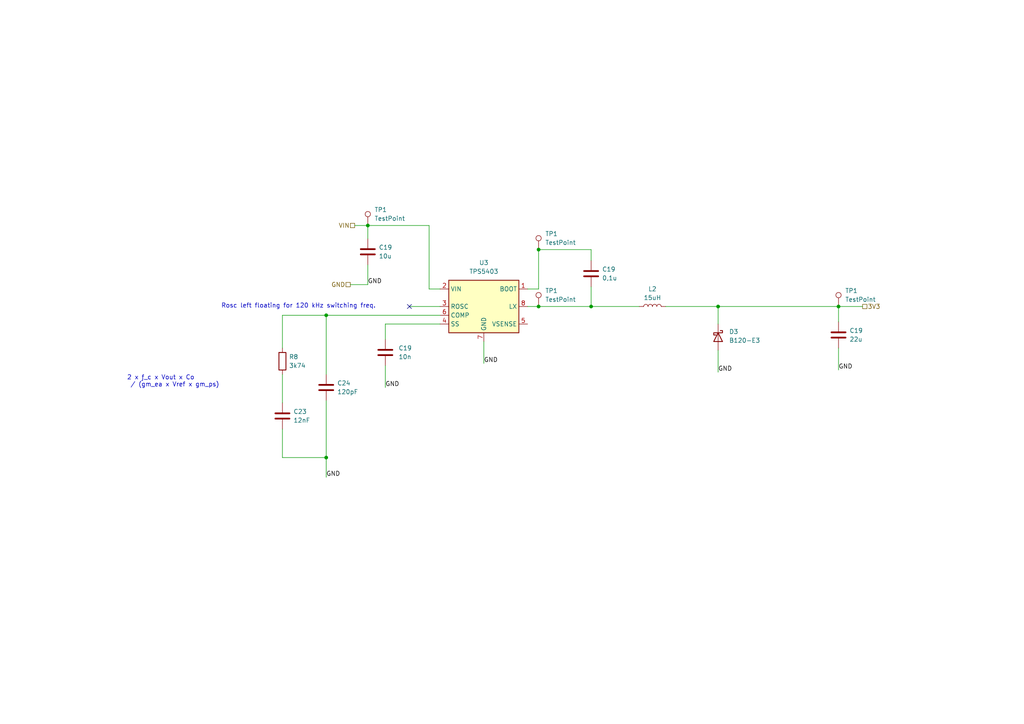
<source format=kicad_sch>
(kicad_sch (version 20230121) (generator eeschema)

  (uuid 276e9270-1ac9-4e3f-b1d9-0cbd51ddd27f)

  (paper "A4")

  (title_block
    (rev "0.1")
    (company "Németh Péter Bence")
    (comment 1 "Kandó Kálmán Villamosmérnöki Kar")
    (comment 2 "Óbudai Egyetem")
  )

  (lib_symbols
    (symbol "Connector:TestPoint" (pin_numbers hide) (pin_names (offset 0.762) hide) (in_bom yes) (on_board yes)
      (property "Reference" "TP" (at 0 6.858 0)
        (effects (font (size 1.27 1.27)))
      )
      (property "Value" "TestPoint" (at 0 5.08 0)
        (effects (font (size 1.27 1.27)))
      )
      (property "Footprint" "" (at 5.08 0 0)
        (effects (font (size 1.27 1.27)) hide)
      )
      (property "Datasheet" "~" (at 5.08 0 0)
        (effects (font (size 1.27 1.27)) hide)
      )
      (property "ki_keywords" "test point tp" (at 0 0 0)
        (effects (font (size 1.27 1.27)) hide)
      )
      (property "ki_description" "test point" (at 0 0 0)
        (effects (font (size 1.27 1.27)) hide)
      )
      (property "ki_fp_filters" "Pin* Test*" (at 0 0 0)
        (effects (font (size 1.27 1.27)) hide)
      )
      (symbol "TestPoint_0_1"
        (circle (center 0 3.302) (radius 0.762)
          (stroke (width 0) (type default))
          (fill (type none))
        )
      )
      (symbol "TestPoint_1_1"
        (pin passive line (at 0 0 90) (length 2.54)
          (name "1" (effects (font (size 1.27 1.27))))
          (number "1" (effects (font (size 1.27 1.27))))
        )
      )
    )
    (symbol "Device:C" (pin_numbers hide) (pin_names (offset 0.254)) (in_bom yes) (on_board yes)
      (property "Reference" "C" (at 0.635 2.54 0)
        (effects (font (size 1.27 1.27)) (justify left))
      )
      (property "Value" "C" (at 0.635 -2.54 0)
        (effects (font (size 1.27 1.27)) (justify left))
      )
      (property "Footprint" "" (at 0.9652 -3.81 0)
        (effects (font (size 1.27 1.27)) hide)
      )
      (property "Datasheet" "~" (at 0 0 0)
        (effects (font (size 1.27 1.27)) hide)
      )
      (property "ki_keywords" "cap capacitor" (at 0 0 0)
        (effects (font (size 1.27 1.27)) hide)
      )
      (property "ki_description" "Unpolarized capacitor" (at 0 0 0)
        (effects (font (size 1.27 1.27)) hide)
      )
      (property "ki_fp_filters" "C_*" (at 0 0 0)
        (effects (font (size 1.27 1.27)) hide)
      )
      (symbol "C_0_1"
        (polyline
          (pts
            (xy -2.032 -0.762)
            (xy 2.032 -0.762)
          )
          (stroke (width 0.508) (type default))
          (fill (type none))
        )
        (polyline
          (pts
            (xy -2.032 0.762)
            (xy 2.032 0.762)
          )
          (stroke (width 0.508) (type default))
          (fill (type none))
        )
      )
      (symbol "C_1_1"
        (pin passive line (at 0 3.81 270) (length 2.794)
          (name "~" (effects (font (size 1.27 1.27))))
          (number "1" (effects (font (size 1.27 1.27))))
        )
        (pin passive line (at 0 -3.81 90) (length 2.794)
          (name "~" (effects (font (size 1.27 1.27))))
          (number "2" (effects (font (size 1.27 1.27))))
        )
      )
    )
    (symbol "Device:L" (pin_numbers hide) (pin_names (offset 1.016) hide) (in_bom yes) (on_board yes)
      (property "Reference" "L" (at -1.27 0 90)
        (effects (font (size 1.27 1.27)))
      )
      (property "Value" "L" (at 1.905 0 90)
        (effects (font (size 1.27 1.27)))
      )
      (property "Footprint" "" (at 0 0 0)
        (effects (font (size 1.27 1.27)) hide)
      )
      (property "Datasheet" "~" (at 0 0 0)
        (effects (font (size 1.27 1.27)) hide)
      )
      (property "ki_keywords" "inductor choke coil reactor magnetic" (at 0 0 0)
        (effects (font (size 1.27 1.27)) hide)
      )
      (property "ki_description" "Inductor" (at 0 0 0)
        (effects (font (size 1.27 1.27)) hide)
      )
      (property "ki_fp_filters" "Choke_* *Coil* Inductor_* L_*" (at 0 0 0)
        (effects (font (size 1.27 1.27)) hide)
      )
      (symbol "L_0_1"
        (arc (start 0 -2.54) (mid 0.6323 -1.905) (end 0 -1.27)
          (stroke (width 0) (type default))
          (fill (type none))
        )
        (arc (start 0 -1.27) (mid 0.6323 -0.635) (end 0 0)
          (stroke (width 0) (type default))
          (fill (type none))
        )
        (arc (start 0 0) (mid 0.6323 0.635) (end 0 1.27)
          (stroke (width 0) (type default))
          (fill (type none))
        )
        (arc (start 0 1.27) (mid 0.6323 1.905) (end 0 2.54)
          (stroke (width 0) (type default))
          (fill (type none))
        )
      )
      (symbol "L_1_1"
        (pin passive line (at 0 3.81 270) (length 1.27)
          (name "1" (effects (font (size 1.27 1.27))))
          (number "1" (effects (font (size 1.27 1.27))))
        )
        (pin passive line (at 0 -3.81 90) (length 1.27)
          (name "2" (effects (font (size 1.27 1.27))))
          (number "2" (effects (font (size 1.27 1.27))))
        )
      )
    )
    (symbol "Device:R" (pin_numbers hide) (pin_names (offset 0)) (in_bom yes) (on_board yes)
      (property "Reference" "R" (at 2.032 0 90)
        (effects (font (size 1.27 1.27)))
      )
      (property "Value" "R" (at 0 0 90)
        (effects (font (size 1.27 1.27)))
      )
      (property "Footprint" "" (at -1.778 0 90)
        (effects (font (size 1.27 1.27)) hide)
      )
      (property "Datasheet" "~" (at 0 0 0)
        (effects (font (size 1.27 1.27)) hide)
      )
      (property "ki_keywords" "R res resistor" (at 0 0 0)
        (effects (font (size 1.27 1.27)) hide)
      )
      (property "ki_description" "Resistor" (at 0 0 0)
        (effects (font (size 1.27 1.27)) hide)
      )
      (property "ki_fp_filters" "R_*" (at 0 0 0)
        (effects (font (size 1.27 1.27)) hide)
      )
      (symbol "R_0_1"
        (rectangle (start -1.016 -2.54) (end 1.016 2.54)
          (stroke (width 0.254) (type default))
          (fill (type none))
        )
      )
      (symbol "R_1_1"
        (pin passive line (at 0 3.81 270) (length 1.27)
          (name "~" (effects (font (size 1.27 1.27))))
          (number "1" (effects (font (size 1.27 1.27))))
        )
        (pin passive line (at 0 -3.81 90) (length 1.27)
          (name "~" (effects (font (size 1.27 1.27))))
          (number "2" (effects (font (size 1.27 1.27))))
        )
      )
    )
    (symbol "Diode:B120-E3" (pin_numbers hide) (pin_names hide) (in_bom yes) (on_board yes)
      (property "Reference" "D" (at 0 2.54 0)
        (effects (font (size 1.27 1.27)))
      )
      (property "Value" "B120-E3" (at 0 -2.54 0)
        (effects (font (size 1.27 1.27)))
      )
      (property "Footprint" "Diode_SMD:D_SMA" (at 0 -4.445 0)
        (effects (font (size 1.27 1.27)) hide)
      )
      (property "Datasheet" "http://www.vishay.com/docs/88946/b120.pdf" (at 0 0 0)
        (effects (font (size 1.27 1.27)) hide)
      )
      (property "ki_keywords" "diode Schottky" (at 0 0 0)
        (effects (font (size 1.27 1.27)) hide)
      )
      (property "ki_description" "20V 1A Schottky Barrier Rectifier Diode, SMA(DO-214AC)" (at 0 0 0)
        (effects (font (size 1.27 1.27)) hide)
      )
      (property "ki_fp_filters" "D*SMA*" (at 0 0 0)
        (effects (font (size 1.27 1.27)) hide)
      )
      (symbol "B120-E3_0_1"
        (polyline
          (pts
            (xy 1.27 0)
            (xy -1.27 0)
          )
          (stroke (width 0) (type default))
          (fill (type none))
        )
        (polyline
          (pts
            (xy 1.27 1.27)
            (xy 1.27 -1.27)
            (xy -1.27 0)
            (xy 1.27 1.27)
          )
          (stroke (width 0.254) (type default))
          (fill (type none))
        )
        (polyline
          (pts
            (xy -1.905 0.635)
            (xy -1.905 1.27)
            (xy -1.27 1.27)
            (xy -1.27 -1.27)
            (xy -0.635 -1.27)
            (xy -0.635 -0.635)
          )
          (stroke (width 0.254) (type default))
          (fill (type none))
        )
      )
      (symbol "B120-E3_1_1"
        (pin passive line (at -3.81 0 0) (length 2.54)
          (name "K" (effects (font (size 1.27 1.27))))
          (number "1" (effects (font (size 1.27 1.27))))
        )
        (pin passive line (at 3.81 0 180) (length 2.54)
          (name "A" (effects (font (size 1.27 1.27))))
          (number "2" (effects (font (size 1.27 1.27))))
        )
      )
    )
    (symbol "Regulator_Switching:TPS5403" (in_bom yes) (on_board yes)
      (property "Reference" "U" (at 0 11.43 0)
        (effects (font (size 1.27 1.27)))
      )
      (property "Value" "TPS5403" (at 0 8.89 0)
        (effects (font (size 1.27 1.27)))
      )
      (property "Footprint" "Package_SO:SOIC-8_3.9x4.9mm_P1.27mm" (at 0 15.24 0)
        (effects (font (size 1.27 1.27)) hide)
      )
      (property "Datasheet" "https://www.ti.com/lit/ds/symlink/tps5403.pdf" (at 0 17.78 0)
        (effects (font (size 1.27 1.27)) hide)
      )
      (property "ki_keywords" "Step-Down DC-DC Switching Regulator" (at 0 0 0)
        (effects (font (size 1.27 1.27)) hide)
      )
      (property "ki_description" "4.5-28V In, 3.3V Out, 1.7A, SOIC-8" (at 0 0 0)
        (effects (font (size 1.27 1.27)) hide)
      )
      (property "ki_fp_filters" "SOIC*3.9x4.9mm*" (at 0 0 0)
        (effects (font (size 1.27 1.27)) hide)
      )
      (symbol "TPS5403_1_1"
        (rectangle (start -10.16 7.62) (end 10.16 -7.62)
          (stroke (width 0.254) (type default))
          (fill (type background))
        )
        (pin passive line (at 12.7 5.08 180) (length 2.54)
          (name "BOOT" (effects (font (size 1.27 1.27))))
          (number "1" (effects (font (size 1.27 1.27))))
        )
        (pin power_in line (at -12.7 5.08 0) (length 2.54)
          (name "VIN" (effects (font (size 1.27 1.27))))
          (number "2" (effects (font (size 1.27 1.27))))
        )
        (pin passive line (at -12.7 0 0) (length 2.54)
          (name "ROSC" (effects (font (size 1.27 1.27))))
          (number "3" (effects (font (size 1.27 1.27))))
        )
        (pin passive line (at -12.7 -5.08 0) (length 2.54)
          (name "SS" (effects (font (size 1.27 1.27))))
          (number "4" (effects (font (size 1.27 1.27))))
        )
        (pin input line (at 12.7 -5.08 180) (length 2.54)
          (name "VSENSE" (effects (font (size 1.27 1.27))))
          (number "5" (effects (font (size 1.27 1.27))))
        )
        (pin passive line (at -12.7 -2.54 0) (length 2.54)
          (name "COMP" (effects (font (size 1.27 1.27))))
          (number "6" (effects (font (size 1.27 1.27))))
        )
        (pin power_in line (at 0 -10.16 90) (length 2.54)
          (name "GND" (effects (font (size 1.27 1.27))))
          (number "7" (effects (font (size 1.27 1.27))))
        )
        (pin output line (at 12.7 0 180) (length 2.54)
          (name "LX" (effects (font (size 1.27 1.27))))
          (number "8" (effects (font (size 1.27 1.27))))
        )
      )
    )
  )

  (junction (at 171.45 88.9) (diameter 0) (color 0 0 0 0)
    (uuid 002384a3-837b-4ffc-91a1-9d82348c7524)
  )
  (junction (at 106.68 65.405) (diameter 0) (color 0 0 0 0)
    (uuid 0c89ef42-611a-42f9-ab30-88f2d53def12)
  )
  (junction (at 156.21 88.9) (diameter 0) (color 0 0 0 0)
    (uuid 16f7b29c-d876-45a7-a9c2-5ffa6ddcdc40)
  )
  (junction (at 156.21 72.39) (diameter 0) (color 0 0 0 0)
    (uuid 2d7df943-c98f-4da8-9b45-fe8ed48caefb)
  )
  (junction (at 94.615 132.715) (diameter 0) (color 0 0 0 0)
    (uuid 422800d2-4ce8-45bf-b406-9f10c3f0803e)
  )
  (junction (at 243.205 88.9) (diameter 0) (color 0 0 0 0)
    (uuid 643eb620-b07b-4ec8-a84e-45601abef738)
  )
  (junction (at 208.28 88.9) (diameter 0) (color 0 0 0 0)
    (uuid 9511c36a-85f3-4111-814c-a34b44ebfef5)
  )
  (junction (at 94.615 91.44) (diameter 0) (color 0 0 0 0)
    (uuid f61d381c-9197-4c68-b86a-373b4e6eba2f)
  )

  (no_connect (at 118.745 88.9) (uuid e2f52ad3-65d9-4a3c-b2f8-e2f89ceebbb3))

  (wire (pts (xy 94.615 132.715) (xy 81.915 132.715))
    (stroke (width 0) (type default))
    (uuid 079e3d9f-cf0f-4da2-b504-ef19170d2006)
  )
  (wire (pts (xy 94.615 116.205) (xy 94.615 132.715))
    (stroke (width 0) (type default))
    (uuid 118d6d51-2860-4ba8-b21f-a327f45b79a2)
  )
  (wire (pts (xy 118.745 88.9) (xy 127.635 88.9))
    (stroke (width 0) (type default))
    (uuid 129fb126-6851-4728-823e-5425d4387d06)
  )
  (wire (pts (xy 156.21 72.39) (xy 156.21 83.82))
    (stroke (width 0) (type default))
    (uuid 1d3a26ee-e5eb-4c8a-9003-cd39573c94b4)
  )
  (wire (pts (xy 111.76 98.425) (xy 111.76 93.98))
    (stroke (width 0) (type default))
    (uuid 1dc25a8c-1849-4156-ab40-78377946d43e)
  )
  (wire (pts (xy 111.76 112.395) (xy 111.76 106.045))
    (stroke (width 0) (type default))
    (uuid 2426c34d-714a-4902-8a87-1c94a4684fe6)
  )
  (wire (pts (xy 171.45 72.39) (xy 156.21 72.39))
    (stroke (width 0) (type default))
    (uuid 31f4a3ca-8a4e-47fc-aa5e-8545d71d4c77)
  )
  (wire (pts (xy 208.28 88.9) (xy 208.28 93.98))
    (stroke (width 0) (type default))
    (uuid 3c3b3ea9-22bc-477c-848c-8767b2e0a7f3)
  )
  (wire (pts (xy 106.68 65.405) (xy 106.68 69.215))
    (stroke (width 0) (type default))
    (uuid 416fd841-eb80-4fdb-be23-8e3800be01c2)
  )
  (wire (pts (xy 111.76 93.98) (xy 127.635 93.98))
    (stroke (width 0) (type default))
    (uuid 5a1dbf2c-eab6-4bd6-af0c-2b810fc51239)
  )
  (wire (pts (xy 101.6 82.55) (xy 106.68 82.55))
    (stroke (width 0) (type default))
    (uuid 5adae29e-aef1-4109-b845-c190c978ab15)
  )
  (wire (pts (xy 94.615 91.44) (xy 127.635 91.44))
    (stroke (width 0) (type default))
    (uuid 5c02dd35-9287-48d4-97c5-e2f0deb639b4)
  )
  (wire (pts (xy 171.45 75.565) (xy 171.45 72.39))
    (stroke (width 0) (type default))
    (uuid 6819a940-e96c-4af8-ac0d-6e8f1a3a0ad3)
  )
  (wire (pts (xy 243.205 88.9) (xy 250.19 88.9))
    (stroke (width 0) (type default))
    (uuid 6c312690-301c-42b1-9472-99faed5a04b8)
  )
  (wire (pts (xy 124.46 65.405) (xy 124.46 83.82))
    (stroke (width 0) (type default))
    (uuid 7f5ec543-6f71-4fe3-8ba5-929750fcb688)
  )
  (wire (pts (xy 140.335 105.41) (xy 140.335 99.06))
    (stroke (width 0) (type default))
    (uuid 81558df7-7d42-4ec3-b89a-aafc549c5572)
  )
  (wire (pts (xy 153.035 88.9) (xy 156.21 88.9))
    (stroke (width 0) (type default))
    (uuid 9f1e327f-cbf6-40d7-94f3-d001933e1250)
  )
  (wire (pts (xy 106.68 65.405) (xy 124.46 65.405))
    (stroke (width 0) (type default))
    (uuid a37d3934-6689-4b0e-bc18-66be0d5a368a)
  )
  (wire (pts (xy 171.45 88.9) (xy 185.42 88.9))
    (stroke (width 0) (type default))
    (uuid ab197614-fe69-4d72-9c51-ef52c0a57c0a)
  )
  (wire (pts (xy 106.68 82.55) (xy 106.68 76.835))
    (stroke (width 0) (type default))
    (uuid b72cf4b4-aec0-4c4e-b69a-fb25c3db3810)
  )
  (wire (pts (xy 171.45 88.9) (xy 171.45 83.185))
    (stroke (width 0) (type default))
    (uuid bafdca37-c19d-43fb-be4e-c16a99f1a0ba)
  )
  (wire (pts (xy 193.04 88.9) (xy 208.28 88.9))
    (stroke (width 0) (type default))
    (uuid bd39e248-2f23-4583-aa3f-85244be32e05)
  )
  (wire (pts (xy 243.205 88.9) (xy 243.205 93.345))
    (stroke (width 0) (type default))
    (uuid c7ec59ec-320a-4da5-9c1f-226d3aa13925)
  )
  (wire (pts (xy 81.915 108.585) (xy 81.915 116.84))
    (stroke (width 0) (type default))
    (uuid d0526c1f-5fe0-4440-8f22-2da5de90951c)
  )
  (wire (pts (xy 124.46 83.82) (xy 127.635 83.82))
    (stroke (width 0) (type default))
    (uuid d2f5663c-d3ca-4b66-98ec-d926fe252aa5)
  )
  (wire (pts (xy 208.28 107.95) (xy 208.28 101.6))
    (stroke (width 0) (type default))
    (uuid d3ebbac1-9739-4e1b-b51b-fdce8761869f)
  )
  (wire (pts (xy 81.915 91.44) (xy 94.615 91.44))
    (stroke (width 0) (type default))
    (uuid dd5ed934-2b13-4015-973c-54e8fada5039)
  )
  (wire (pts (xy 156.21 83.82) (xy 153.035 83.82))
    (stroke (width 0) (type default))
    (uuid df87ecbf-e3f6-43fb-b7f7-eaaee1c21ec8)
  )
  (wire (pts (xy 156.21 88.9) (xy 171.45 88.9))
    (stroke (width 0) (type default))
    (uuid e3868972-60a3-4240-8ef8-cb0bca587fcf)
  )
  (wire (pts (xy 102.87 65.405) (xy 106.68 65.405))
    (stroke (width 0) (type default))
    (uuid e7263be3-5b82-41c0-a26c-cfbbef16de41)
  )
  (wire (pts (xy 243.205 107.315) (xy 243.205 100.965))
    (stroke (width 0) (type default))
    (uuid ea6035da-328a-4270-98aa-6edde88f1b84)
  )
  (wire (pts (xy 81.915 100.965) (xy 81.915 91.44))
    (stroke (width 0) (type default))
    (uuid eb1f2e9c-76aa-4b9b-8b3f-f3d31d16a9a0)
  )
  (wire (pts (xy 81.915 132.715) (xy 81.915 124.46))
    (stroke (width 0) (type default))
    (uuid ee8023a5-7bfa-4aac-8676-7991d1677958)
  )
  (wire (pts (xy 94.615 132.715) (xy 94.615 138.43))
    (stroke (width 0) (type default))
    (uuid f6e32385-01bc-45b9-9c4b-ca3333e849b0)
  )
  (wire (pts (xy 94.615 91.44) (xy 94.615 108.585))
    (stroke (width 0) (type default))
    (uuid f7b875fa-6899-4762-929b-30291264445f)
  )
  (wire (pts (xy 208.28 88.9) (xy 243.205 88.9))
    (stroke (width 0) (type default))
    (uuid fee14fa5-9fed-4feb-b36f-f10e7cfd0855)
  )

  (text "2 x ƒ_c x Vout x Co\n / (gm_ea x Vref x gm_ps)" (at 36.83 112.395 0)
    (effects (font (size 1.27 1.27)) (justify left bottom))
    (uuid 49feeb21-a15e-449f-a56b-eab4ac0cd383)
  )
  (text "Rosc left floating for 120 kHz switching freq." (at 64.135 89.535 0)
    (effects (font (size 1.27 1.27)) (justify left bottom))
    (uuid d8d41eb1-9841-4bd1-b540-0aa9cca328ec)
  )

  (label "GND" (at 243.205 107.315 0) (fields_autoplaced)
    (effects (font (size 1.27 1.27)) (justify left bottom))
    (uuid 4d72b70e-7ae7-4738-a7d8-c751a9731d52)
  )
  (label "GND" (at 208.28 107.95 0) (fields_autoplaced)
    (effects (font (size 1.27 1.27)) (justify left bottom))
    (uuid 4e1e1974-75f7-47a3-a5a4-270467e35655)
  )
  (label "GND" (at 111.76 112.395 0) (fields_autoplaced)
    (effects (font (size 1.27 1.27)) (justify left bottom))
    (uuid 59d7d6b9-d364-4f11-9e06-6b4d419d1434)
  )
  (label "GND" (at 140.335 105.41 0) (fields_autoplaced)
    (effects (font (size 1.27 1.27)) (justify left bottom))
    (uuid 79afb8a4-5a30-4c67-871d-dacf38d76052)
  )
  (label "GND" (at 106.68 82.55 0) (fields_autoplaced)
    (effects (font (size 1.27 1.27)) (justify left bottom))
    (uuid 863036ab-f525-4261-b339-c1bdc275deb4)
  )
  (label "GND" (at 94.615 138.43 0) (fields_autoplaced)
    (effects (font (size 1.27 1.27)) (justify left bottom))
    (uuid c18ae75f-a95b-4451-9f00-57e1e240df43)
  )

  (hierarchical_label "VIN" (shape passive) (at 102.87 65.405 180) (fields_autoplaced)
    (effects (font (size 1.27 1.27)) (justify right))
    (uuid 43d78e69-6a82-4667-98ec-54e38ffc8ec3)
  )
  (hierarchical_label "3V3" (shape passive) (at 250.19 88.9 0) (fields_autoplaced)
    (effects (font (size 1.27 1.27)) (justify left))
    (uuid 6e2ec642-f043-487b-980b-8d9a3500434f)
  )
  (hierarchical_label "GND" (shape passive) (at 101.6 82.55 180) (fields_autoplaced)
    (effects (font (size 1.27 1.27)) (justify right))
    (uuid c1d2543f-9617-4369-80df-858b2d01b9ea)
  )

  (symbol (lib_id "Regulator_Switching:TPS5403") (at 140.335 88.9 0) (unit 1)
    (in_bom yes) (on_board yes) (dnp no) (fields_autoplaced)
    (uuid 07fc33bb-8d28-437b-842b-2bc38c35d261)
    (property "Reference" "U3" (at 140.335 76.2 0)
      (effects (font (size 1.27 1.27)))
    )
    (property "Value" "TPS5403" (at 140.335 78.74 0)
      (effects (font (size 1.27 1.27)))
    )
    (property "Footprint" "Package_SO:SOIC-8_3.9x4.9mm_P1.27mm" (at 140.335 73.66 0)
      (effects (font (size 1.27 1.27)) hide)
    )
    (property "Datasheet" "https://www.ti.com/lit/ds/symlink/tps5403.pdf" (at 140.335 71.12 0)
      (effects (font (size 1.27 1.27)) hide)
    )
    (pin "4" (uuid f5a6557d-67ae-49d8-bd87-3f620ba8b5c4))
    (pin "8" (uuid 6f47c361-e50c-48d8-8b55-547f48a812a3))
    (pin "6" (uuid 296985d2-2db7-4d4f-8e1e-241fc6c0be48))
    (pin "1" (uuid eaae484e-438e-4daf-b02d-2d1a8a8981f8))
    (pin "3" (uuid ab4b3e81-e4fd-48e1-8e3a-1f008869a6d1))
    (pin "2" (uuid e6539d85-0797-4c8a-88ff-1c33411a8808))
    (pin "5" (uuid 1152fdfa-a12e-4555-aeb0-94e945d1923c))
    (pin "7" (uuid c6402488-3d1e-410b-8d29-83678cae4206))
    (instances
      (project "NB_IoT_Wheather"
        (path "/b43fc418-fc2e-45fe-88c6-05be9d7ccc47/15df38e4-b97e-4be3-95d1-308e426f87cf"
          (reference "U3") (unit 1)
        )
      )
    )
  )

  (symbol (lib_id "Connector:TestPoint") (at 243.205 88.9 0) (unit 1)
    (in_bom yes) (on_board yes) (dnp no) (fields_autoplaced)
    (uuid 0eff25ea-7b93-483c-8f03-bf966ce560c7)
    (property "Reference" "TP1" (at 245.11 84.328 0)
      (effects (font (size 1.27 1.27)) (justify left))
    )
    (property "Value" "TestPoint" (at 245.11 86.868 0)
      (effects (font (size 1.27 1.27)) (justify left))
    )
    (property "Footprint" "TestPoint:TestPoint_THTPad_D1.5mm_Drill0.7mm" (at 248.285 88.9 0)
      (effects (font (size 1.27 1.27)) hide)
    )
    (property "Datasheet" "~" (at 248.285 88.9 0)
      (effects (font (size 1.27 1.27)) hide)
    )
    (pin "1" (uuid 6c8f1d45-0d60-4032-894c-c3870e92cdb2))
    (instances
      (project "NB_IoT_Wheather"
        (path "/b43fc418-fc2e-45fe-88c6-05be9d7ccc47/9b8d88fd-ddbf-4142-80dc-e667e9884500"
          (reference "TP1") (unit 1)
        )
        (path "/b43fc418-fc2e-45fe-88c6-05be9d7ccc47/c5ec9886-3409-462f-ab3d-3d98bfb83105"
          (reference "TP6") (unit 1)
        )
        (path "/b43fc418-fc2e-45fe-88c6-05be9d7ccc47/f75dfb55-7096-4e3e-98c9-e994e6639a36"
          (reference "TP11") (unit 1)
        )
        (path "/b43fc418-fc2e-45fe-88c6-05be9d7ccc47/371bf94e-6dc3-46bf-9b62-3758c2522983"
          (reference "TP17") (unit 1)
        )
        (path "/b43fc418-fc2e-45fe-88c6-05be9d7ccc47/15df38e4-b97e-4be3-95d1-308e426f87cf"
          (reference "TP35") (unit 1)
        )
      )
    )
  )

  (symbol (lib_id "Device:C") (at 81.915 120.65 0) (unit 1)
    (in_bom yes) (on_board yes) (dnp no) (fields_autoplaced)
    (uuid 388057e4-0fc9-48ef-9724-2154086af863)
    (property "Reference" "C23" (at 85.09 119.38 0)
      (effects (font (size 1.27 1.27)) (justify left))
    )
    (property "Value" "12nF" (at 85.09 121.92 0)
      (effects (font (size 1.27 1.27)) (justify left))
    )
    (property "Footprint" "Capacitor_SMD:C_0603_1608Metric" (at 82.8802 124.46 0)
      (effects (font (size 1.27 1.27)) hide)
    )
    (property "Datasheet" "~" (at 81.915 120.65 0)
      (effects (font (size 1.27 1.27)) hide)
    )
    (pin "2" (uuid 59e9cd99-3d8b-442d-a5d9-4f45869004a1))
    (pin "1" (uuid 3b6c280a-2c08-4e47-bb4c-1a1f265ffe57))
    (instances
      (project "NB_IoT_Wheather"
        (path "/b43fc418-fc2e-45fe-88c6-05be9d7ccc47/15df38e4-b97e-4be3-95d1-308e426f87cf"
          (reference "C23") (unit 1)
        )
      )
    )
  )

  (symbol (lib_id "Device:C") (at 111.76 102.235 0) (unit 1)
    (in_bom yes) (on_board yes) (dnp no) (fields_autoplaced)
    (uuid 3bd7585a-3243-4e62-b949-b5ce7652bfd3)
    (property "Reference" "C19" (at 115.57 100.965 0)
      (effects (font (size 1.27 1.27)) (justify left))
    )
    (property "Value" "10n" (at 115.57 103.505 0)
      (effects (font (size 1.27 1.27)) (justify left))
    )
    (property "Footprint" "Capacitor_SMD:C_0603_1608Metric" (at 112.7252 106.045 0)
      (effects (font (size 1.27 1.27)) hide)
    )
    (property "Datasheet" "" (at 111.76 102.235 0)
      (effects (font (size 1.27 1.27)) hide)
    )
    (pin "1" (uuid d3a9e374-349e-4db4-9797-96f870e0a536))
    (pin "2" (uuid e2a5cc00-46e1-4511-99b3-7b99984b9b14))
    (instances
      (project "NB_IoT_Wheather"
        (path "/b43fc418-fc2e-45fe-88c6-05be9d7ccc47/371bf94e-6dc3-46bf-9b62-3758c2522983"
          (reference "C19") (unit 1)
        )
        (path "/b43fc418-fc2e-45fe-88c6-05be9d7ccc47/15df38e4-b97e-4be3-95d1-308e426f87cf"
          (reference "C21") (unit 1)
        )
      )
    )
  )

  (symbol (lib_id "Device:L") (at 189.23 88.9 90) (unit 1)
    (in_bom yes) (on_board yes) (dnp no) (fields_autoplaced)
    (uuid 44d8a326-9f05-4077-ab36-4230912ce809)
    (property "Reference" "L2" (at 189.23 83.82 90)
      (effects (font (size 1.27 1.27)))
    )
    (property "Value" "15uH" (at 189.23 86.36 90)
      (effects (font (size 1.27 1.27)))
    )
    (property "Footprint" "Inductor_SMD:L_Bourns-SRN6028" (at 189.23 88.9 0)
      (effects (font (size 1.27 1.27)) hide)
    )
    (property "Datasheet" "https://hu.mouser.com/ProductDetail/Bourns/SRN6028C-150M?qs=ulEaXIWI0c9CqLQNcvgb5A%3D%3D" (at 189.23 88.9 0)
      (effects (font (size 1.27 1.27)) hide)
    )
    (pin "1" (uuid 1dbbdc09-d3d9-4559-aca9-6490f47aed03))
    (pin "2" (uuid 58aea9d7-19cf-4ee6-82f5-0d179ef767f0))
    (instances
      (project "NB_IoT_Wheather"
        (path "/b43fc418-fc2e-45fe-88c6-05be9d7ccc47/15df38e4-b97e-4be3-95d1-308e426f87cf"
          (reference "L2") (unit 1)
        )
      )
    )
  )

  (symbol (lib_id "Device:C") (at 94.615 112.395 0) (unit 1)
    (in_bom yes) (on_board yes) (dnp no) (fields_autoplaced)
    (uuid 7c426e18-17bf-4c2b-a5e0-22e8d3eb0d84)
    (property "Reference" "C24" (at 97.79 111.125 0)
      (effects (font (size 1.27 1.27)) (justify left))
    )
    (property "Value" "120pF" (at 97.79 113.665 0)
      (effects (font (size 1.27 1.27)) (justify left))
    )
    (property "Footprint" "Capacitor_SMD:C_0603_1608Metric" (at 95.5802 116.205 0)
      (effects (font (size 1.27 1.27)) hide)
    )
    (property "Datasheet" "~" (at 94.615 112.395 0)
      (effects (font (size 1.27 1.27)) hide)
    )
    (pin "2" (uuid 01da6685-47c5-4cd5-be2e-2b7298201545))
    (pin "1" (uuid 73d0f822-dbd0-437c-b4b9-aa4d1689a7f1))
    (instances
      (project "NB_IoT_Wheather"
        (path "/b43fc418-fc2e-45fe-88c6-05be9d7ccc47/15df38e4-b97e-4be3-95d1-308e426f87cf"
          (reference "C24") (unit 1)
        )
      )
    )
  )

  (symbol (lib_id "Diode:B120-E3") (at 208.28 97.79 270) (unit 1)
    (in_bom yes) (on_board yes) (dnp no) (fields_autoplaced)
    (uuid 843e4808-adb1-4d32-9865-f21bfbf31bc3)
    (property "Reference" "D3" (at 211.455 96.2025 90)
      (effects (font (size 1.27 1.27)) (justify left))
    )
    (property "Value" "B120-E3" (at 211.455 98.7425 90)
      (effects (font (size 1.27 1.27)) (justify left))
    )
    (property "Footprint" "Diode_SMD:D_SMA" (at 203.835 97.79 0)
      (effects (font (size 1.27 1.27)) hide)
    )
    (property "Datasheet" "http://www.vishay.com/docs/88946/b120.pdf" (at 208.28 97.79 0)
      (effects (font (size 1.27 1.27)) hide)
    )
    (pin "2" (uuid 4aa64dd5-76ea-4d13-a5aa-b720ca811cd6))
    (pin "1" (uuid 475d9a33-13aa-43e2-a0a6-1401a5691dff))
    (instances
      (project "NB_IoT_Wheather"
        (path "/b43fc418-fc2e-45fe-88c6-05be9d7ccc47/15df38e4-b97e-4be3-95d1-308e426f87cf"
          (reference "D3") (unit 1)
        )
      )
    )
  )

  (symbol (lib_id "Device:C") (at 243.205 97.155 180) (unit 1)
    (in_bom yes) (on_board yes) (dnp no) (fields_autoplaced)
    (uuid 894b79da-c5c4-4cbf-9ed0-6d1bbfaf412b)
    (property "Reference" "C19" (at 246.38 95.885 0)
      (effects (font (size 1.27 1.27)) (justify right))
    )
    (property "Value" "22u" (at 246.38 98.425 0)
      (effects (font (size 1.27 1.27)) (justify right))
    )
    (property "Footprint" "Capacitor_SMD:C_1812_4532Metric" (at 242.2398 93.345 0)
      (effects (font (size 1.27 1.27)) hide)
    )
    (property "Datasheet" "https://hu.mouser.com/ProductDetail/TDK/C4532X7R1E226M250KC?qs=sGAEpiMZZMs7ZEmUmaUL09vYw2JXBzjiNiglWNfevU0%3D" (at 243.205 97.155 0)
      (effects (font (size 1.27 1.27)) hide)
    )
    (pin "1" (uuid 373d9443-3bb6-4d76-8d33-de758c5302de))
    (pin "2" (uuid 8b0818e7-d7f8-4ebf-9200-a817af140c50))
    (instances
      (project "NB_IoT_Wheather"
        (path "/b43fc418-fc2e-45fe-88c6-05be9d7ccc47/371bf94e-6dc3-46bf-9b62-3758c2522983"
          (reference "C19") (unit 1)
        )
        (path "/b43fc418-fc2e-45fe-88c6-05be9d7ccc47/15df38e4-b97e-4be3-95d1-308e426f87cf"
          (reference "C20") (unit 1)
        )
      )
    )
  )

  (symbol (lib_id "Device:R") (at 81.915 104.775 0) (unit 1)
    (in_bom yes) (on_board yes) (dnp no) (fields_autoplaced)
    (uuid 9de8bfe8-8d0e-4bc8-8b04-ed415744a02a)
    (property "Reference" "R8" (at 83.82 103.505 0)
      (effects (font (size 1.27 1.27)) (justify left))
    )
    (property "Value" "3k74" (at 83.82 106.045 0)
      (effects (font (size 1.27 1.27)) (justify left))
    )
    (property "Footprint" "Resistor_SMD:R_0603_1608Metric" (at 80.137 104.775 90)
      (effects (font (size 1.27 1.27)) hide)
    )
    (property "Datasheet" "~" (at 81.915 104.775 0)
      (effects (font (size 1.27 1.27)) hide)
    )
    (pin "1" (uuid ac103a76-7a4a-404d-8fb6-1e2c502c5573))
    (pin "2" (uuid 6a965f89-b471-43a8-8a37-eba837f01354))
    (instances
      (project "NB_IoT_Wheather"
        (path "/b43fc418-fc2e-45fe-88c6-05be9d7ccc47/15df38e4-b97e-4be3-95d1-308e426f87cf"
          (reference "R8") (unit 1)
        )
      )
    )
  )

  (symbol (lib_id "Connector:TestPoint") (at 156.21 88.9 0) (unit 1)
    (in_bom yes) (on_board yes) (dnp no) (fields_autoplaced)
    (uuid c377ebc2-a971-4559-a5e9-7517c17f4e93)
    (property "Reference" "TP1" (at 158.115 84.328 0)
      (effects (font (size 1.27 1.27)) (justify left))
    )
    (property "Value" "TestPoint" (at 158.115 86.868 0)
      (effects (font (size 1.27 1.27)) (justify left))
    )
    (property "Footprint" "TestPoint:TestPoint_THTPad_D1.5mm_Drill0.7mm" (at 161.29 88.9 0)
      (effects (font (size 1.27 1.27)) hide)
    )
    (property "Datasheet" "~" (at 161.29 88.9 0)
      (effects (font (size 1.27 1.27)) hide)
    )
    (pin "1" (uuid e6b29b6f-bf39-434d-bf46-2364503e7851))
    (instances
      (project "NB_IoT_Wheather"
        (path "/b43fc418-fc2e-45fe-88c6-05be9d7ccc47/9b8d88fd-ddbf-4142-80dc-e667e9884500"
          (reference "TP1") (unit 1)
        )
        (path "/b43fc418-fc2e-45fe-88c6-05be9d7ccc47/c5ec9886-3409-462f-ab3d-3d98bfb83105"
          (reference "TP6") (unit 1)
        )
        (path "/b43fc418-fc2e-45fe-88c6-05be9d7ccc47/f75dfb55-7096-4e3e-98c9-e994e6639a36"
          (reference "TP11") (unit 1)
        )
        (path "/b43fc418-fc2e-45fe-88c6-05be9d7ccc47/371bf94e-6dc3-46bf-9b62-3758c2522983"
          (reference "TP15") (unit 1)
        )
        (path "/b43fc418-fc2e-45fe-88c6-05be9d7ccc47/15df38e4-b97e-4be3-95d1-308e426f87cf"
          (reference "TP33") (unit 1)
        )
      )
    )
  )

  (symbol (lib_id "Device:C") (at 171.45 79.375 180) (unit 1)
    (in_bom yes) (on_board yes) (dnp no) (fields_autoplaced)
    (uuid c998840c-b25e-4103-b4f2-a1f7ee7395c2)
    (property "Reference" "C19" (at 174.625 78.105 0)
      (effects (font (size 1.27 1.27)) (justify right))
    )
    (property "Value" "0,1u" (at 174.625 80.645 0)
      (effects (font (size 1.27 1.27)) (justify right))
    )
    (property "Footprint" "Capacitor_SMD:C_0603_1608Metric" (at 170.4848 75.565 0)
      (effects (font (size 1.27 1.27)) hide)
    )
    (property "Datasheet" "https://hu.mouser.com/ProductDetail/KEMET/C0603C104J3RAC?qs=zlI8QACJnq%252BcGF637t1xBQ%3D%3D" (at 171.45 79.375 0)
      (effects (font (size 1.27 1.27)) hide)
    )
    (pin "1" (uuid 80e089ae-43a3-4606-aa88-882cdd80e83c))
    (pin "2" (uuid aa36df5a-c758-4d21-bc85-627cd1d288d2))
    (instances
      (project "NB_IoT_Wheather"
        (path "/b43fc418-fc2e-45fe-88c6-05be9d7ccc47/371bf94e-6dc3-46bf-9b62-3758c2522983"
          (reference "C19") (unit 1)
        )
        (path "/b43fc418-fc2e-45fe-88c6-05be9d7ccc47/15df38e4-b97e-4be3-95d1-308e426f87cf"
          (reference "C22") (unit 1)
        )
      )
    )
  )

  (symbol (lib_id "Device:C") (at 106.68 73.025 180) (unit 1)
    (in_bom yes) (on_board yes) (dnp no) (fields_autoplaced)
    (uuid e1c9507a-2f3b-4fe4-a999-8694288b65ca)
    (property "Reference" "C19" (at 109.855 71.755 0)
      (effects (font (size 1.27 1.27)) (justify right))
    )
    (property "Value" "10u" (at 109.855 74.295 0)
      (effects (font (size 1.27 1.27)) (justify right))
    )
    (property "Footprint" "Capacitor_SMD:C_1210_3225Metric" (at 105.7148 69.215 0)
      (effects (font (size 1.27 1.27)) hide)
    )
    (property "Datasheet" "https://hu.mouser.com/ProductDetail/Murata-Electronics/GCM32ER71E106KA57K?qs=sGAEpiMZZMs7ZEmUmaUL0xtxdXds3slPa%2F7%2FXCYX13k%3D" (at 106.68 73.025 0)
      (effects (font (size 1.27 1.27)) hide)
    )
    (pin "1" (uuid c88d1d30-3c21-4c26-972c-d50dedc238df))
    (pin "2" (uuid a1c259c3-dbd1-4586-9d6c-2986f6af7aae))
    (instances
      (project "NB_IoT_Wheather"
        (path "/b43fc418-fc2e-45fe-88c6-05be9d7ccc47/371bf94e-6dc3-46bf-9b62-3758c2522983"
          (reference "C19") (unit 1)
        )
        (path "/b43fc418-fc2e-45fe-88c6-05be9d7ccc47/15df38e4-b97e-4be3-95d1-308e426f87cf"
          (reference "C25") (unit 1)
        )
      )
    )
  )

  (symbol (lib_id "Connector:TestPoint") (at 106.68 65.405 0) (unit 1)
    (in_bom yes) (on_board yes) (dnp no) (fields_autoplaced)
    (uuid ee963726-4285-45e5-ae7c-2fe70b3f0679)
    (property "Reference" "TP1" (at 108.585 60.833 0)
      (effects (font (size 1.27 1.27)) (justify left))
    )
    (property "Value" "TestPoint" (at 108.585 63.373 0)
      (effects (font (size 1.27 1.27)) (justify left))
    )
    (property "Footprint" "TestPoint:TestPoint_THTPad_D1.5mm_Drill0.7mm" (at 111.76 65.405 0)
      (effects (font (size 1.27 1.27)) hide)
    )
    (property "Datasheet" "~" (at 111.76 65.405 0)
      (effects (font (size 1.27 1.27)) hide)
    )
    (pin "1" (uuid 593ae0f6-13bd-4936-93bf-5fb705c2f28e))
    (instances
      (project "NB_IoT_Wheather"
        (path "/b43fc418-fc2e-45fe-88c6-05be9d7ccc47/9b8d88fd-ddbf-4142-80dc-e667e9884500"
          (reference "TP1") (unit 1)
        )
        (path "/b43fc418-fc2e-45fe-88c6-05be9d7ccc47/c5ec9886-3409-462f-ab3d-3d98bfb83105"
          (reference "TP5") (unit 1)
        )
        (path "/b43fc418-fc2e-45fe-88c6-05be9d7ccc47/f75dfb55-7096-4e3e-98c9-e994e6639a36"
          (reference "TP10") (unit 1)
        )
        (path "/b43fc418-fc2e-45fe-88c6-05be9d7ccc47/371bf94e-6dc3-46bf-9b62-3758c2522983"
          (reference "TP14") (unit 1)
        )
        (path "/b43fc418-fc2e-45fe-88c6-05be9d7ccc47/15df38e4-b97e-4be3-95d1-308e426f87cf"
          (reference "TP26") (unit 1)
        )
      )
    )
  )

  (symbol (lib_id "Connector:TestPoint") (at 156.21 72.39 0) (unit 1)
    (in_bom yes) (on_board yes) (dnp no) (fields_autoplaced)
    (uuid fb567291-d2d5-4ceb-bcb2-08fbad7befe0)
    (property "Reference" "TP1" (at 158.115 67.818 0)
      (effects (font (size 1.27 1.27)) (justify left))
    )
    (property "Value" "TestPoint" (at 158.115 70.358 0)
      (effects (font (size 1.27 1.27)) (justify left))
    )
    (property "Footprint" "TestPoint:TestPoint_THTPad_D1.5mm_Drill0.7mm" (at 161.29 72.39 0)
      (effects (font (size 1.27 1.27)) hide)
    )
    (property "Datasheet" "~" (at 161.29 72.39 0)
      (effects (font (size 1.27 1.27)) hide)
    )
    (pin "1" (uuid a7bb6843-5afd-44de-af8f-20069c5bf2ab))
    (instances
      (project "NB_IoT_Wheather"
        (path "/b43fc418-fc2e-45fe-88c6-05be9d7ccc47/9b8d88fd-ddbf-4142-80dc-e667e9884500"
          (reference "TP1") (unit 1)
        )
        (path "/b43fc418-fc2e-45fe-88c6-05be9d7ccc47/c5ec9886-3409-462f-ab3d-3d98bfb83105"
          (reference "TP5") (unit 1)
        )
        (path "/b43fc418-fc2e-45fe-88c6-05be9d7ccc47/f75dfb55-7096-4e3e-98c9-e994e6639a36"
          (reference "TP10") (unit 1)
        )
        (path "/b43fc418-fc2e-45fe-88c6-05be9d7ccc47/371bf94e-6dc3-46bf-9b62-3758c2522983"
          (reference "TP16") (unit 1)
        )
        (path "/b43fc418-fc2e-45fe-88c6-05be9d7ccc47/15df38e4-b97e-4be3-95d1-308e426f87cf"
          (reference "TP34") (unit 1)
        )
      )
    )
  )
)

</source>
